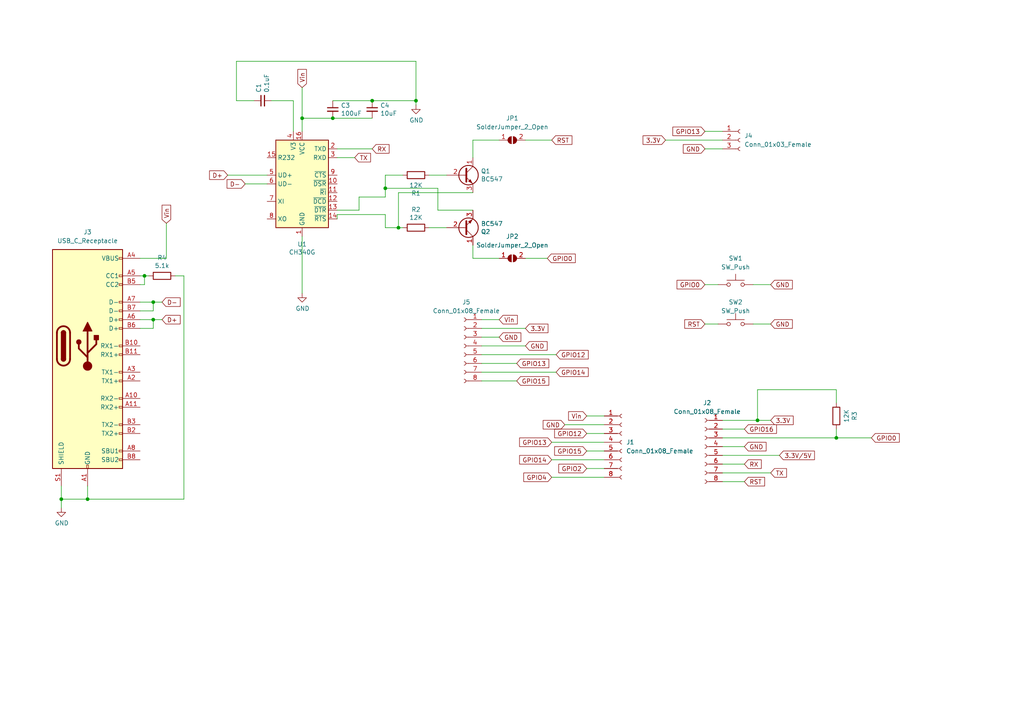
<source format=kicad_sch>
(kicad_sch (version 20211123) (generator eeschema)
  (paper "A4")
  (lib_symbols
    (symbol "Connector:Conn_01x03_Female" (pin_names (offset 1.016) hide)
      (property "Reference" "J" (at 0 5.08 0))
      (property "Value" "Conn_01x03_Female" (at 0 -5.08 0))
      (symbol "Conn_01x03_Female_1_1"
        (arc (start 0 -2.032) (mid -0.508 -2.54) (end 0 -3.048) (stroke (width 0.1524)))
        (polyline (pts (xy -1.27 -2.54) (xy -0.508 -2.54)) (stroke (width 0.1524)))
        (polyline (pts (xy -1.27 0) (xy -0.508 0)) (stroke (width 0.1524)))
        (polyline (pts (xy -1.27 2.54) (xy -0.508 2.54)) (stroke (width 0.1524)))
        (arc (start 0 0.508) (mid -0.508 0) (end 0 -0.508) (stroke (width 0.1524)))
        (arc (start 0 3.048) (mid -0.508 2.54) (end 0 2.032) (stroke (width 0.1524)))
        (pin passive line (at -5.08 2.54 0) (length 3.81) (name "Pin_1") (number "1"))
        (pin passive line (at -5.08 0 0) (length 3.81) (name "Pin_2") (number "2"))
        (pin passive line (at -5.08 -2.54 0) (length 3.81) (name "Pin_3") (number "3"))
      )
    )
    (symbol "Connector:Conn_01x08_Female" (pin_names (offset 1.016) hide)
      (property "Reference" "J" (at 0 10.16 0))
      (property "Value" "Conn_01x08_Female" (at 0 -12.7 0))
      (symbol "Conn_01x08_Female_1_1"
        (arc (start 0 -9.652) (mid -0.508 -10.16) (end 0 -10.668) (stroke (width 0.1524)))
        (arc (start 0 -7.112) (mid -0.508 -7.62) (end 0 -8.128) (stroke (width 0.1524)))
        (arc (start 0 -4.572) (mid -0.508 -5.08) (end 0 -5.588) (stroke (width 0.1524)))
        (arc (start 0 -2.032) (mid -0.508 -2.54) (end 0 -3.048) (stroke (width 0.1524)))
        (polyline (pts (xy -1.27 -10.16) (xy -0.508 -10.16)) (stroke (width 0.1524)))
        (polyline (pts (xy -1.27 -7.62) (xy -0.508 -7.62)) (stroke (width 0.1524)))
        (polyline (pts (xy -1.27 -5.08) (xy -0.508 -5.08)) (stroke (width 0.1524)))
        (polyline (pts (xy -1.27 -2.54) (xy -0.508 -2.54)) (stroke (width 0.1524)))
        (polyline (pts (xy -1.27 0) (xy -0.508 0)) (stroke (width 0.1524)))
        (polyline (pts (xy -1.27 2.54) (xy -0.508 2.54)) (stroke (width 0.1524)))
        (polyline (pts (xy -1.27 5.08) (xy -0.508 5.08)) (stroke (width 0.1524)))
        (polyline (pts (xy -1.27 7.62) (xy -0.508 7.62)) (stroke (width 0.1524)))
        (arc (start 0 0.508) (mid -0.508 0) (end 0 -0.508) (stroke (width 0.1524)))
        (arc (start 0 3.048) (mid -0.508 2.54) (end 0 2.032) (stroke (width 0.1524)))
        (arc (start 0 5.588) (mid -0.508 5.08) (end 0 4.572) (stroke (width 0.1524)))
        (arc (start 0 8.128) (mid -0.508 7.62) (end 0 7.112) (stroke (width 0.1524)))
        (pin passive line (at -5.08 7.62 0) (length 3.81) (name "Pin_1") (number "1"))
        (pin passive line (at -5.08 5.08 0) (length 3.81) (name "Pin_2") (number "2"))
        (pin passive line (at -5.08 2.54 0) (length 3.81) (name "Pin_3") (number "3"))
        (pin passive line (at -5.08 0 0) (length 3.81) (name "Pin_4") (number "4"))
        (pin passive line (at -5.08 -2.54 0) (length 3.81) (name "Pin_5") (number "5"))
        (pin passive line (at -5.08 -5.08 0) (length 3.81) (name "Pin_6") (number "6"))
        (pin passive line (at -5.08 -7.62 0) (length 3.81) (name "Pin_7") (number "7"))
        (pin passive line (at -5.08 -10.16 0) (length 3.81) (name "Pin_8") (number "8"))
      )
    )
    (symbol "Connector:USB_C_Receptacle" (pin_names (offset 1.016))
      (property "Reference" "J" (at -10.16 29.21 0))
      (property "Value" "USB_C_Receptacle" (at 10.16 29.21 0))
      (symbol "USB_C_Receptacle_0_0"
        (rectangle (start -0.254 -35.56) (end 0.254 -34.544))
        (rectangle (start 10.16 -32.766) (end 9.144 -33.274))
        (rectangle (start 10.16 -30.226) (end 9.144 -30.734))
        (rectangle (start 10.16 -25.146) (end 9.144 -25.654))
        (rectangle (start 10.16 -22.606) (end 9.144 -23.114))
        (rectangle (start 10.16 -17.526) (end 9.144 -18.034))
        (rectangle (start 10.16 -14.986) (end 9.144 -15.494))
        (rectangle (start 10.16 -9.906) (end 9.144 -10.414))
        (rectangle (start 10.16 -7.366) (end 9.144 -7.874))
        (rectangle (start 10.16 -2.286) (end 9.144 -2.794))
        (rectangle (start 10.16 0.254) (end 9.144 -0.254))
        (rectangle (start 10.16 5.334) (end 9.144 4.826))
        (rectangle (start 10.16 7.874) (end 9.144 7.366))
        (rectangle (start 10.16 10.414) (end 9.144 9.906))
        (rectangle (start 10.16 12.954) (end 9.144 12.446))
        (rectangle (start 10.16 18.034) (end 9.144 17.526))
        (rectangle (start 10.16 20.574) (end 9.144 20.066))
        (rectangle (start 10.16 25.654) (end 9.144 25.146))
      )
      (symbol "USB_C_Receptacle_0_1"
        (rectangle (start -10.16 27.94) (end 10.16 -35.56) (stroke (width 0.254)) (fill (type background)))
        (arc (start -8.89 -3.81) (mid -6.985 -5.715) (end -5.08 -3.81) (stroke (width 0.508)))
        (arc (start -7.62 -3.81) (mid -6.985 -4.445) (end -6.35 -3.81) (stroke (width 0.254)))
        (arc (start -7.62 -3.81) (mid -6.985 -4.445) (end -6.35 -3.81) (stroke (width 0.254)) (fill (type outline)))
        (rectangle (start -7.62 -3.81) (end -6.35 3.81) (stroke (width 0.254)) (fill (type outline)))
        (arc (start -6.35 3.81) (mid -6.985 4.445) (end -7.62 3.81) (stroke (width 0.254)))
        (arc (start -6.35 3.81) (mid -6.985 4.445) (end -7.62 3.81) (stroke (width 0.254)) (fill (type outline)))
        (arc (start -5.08 3.81) (mid -6.985 5.715) (end -8.89 3.81) (stroke (width 0.508)))
        (polyline (pts (xy -8.89 -3.81) (xy -8.89 3.81)) (stroke (width 0.508)))
        (polyline (pts (xy -5.08 3.81) (xy -5.08 -3.81)) (stroke (width 0.508)))
      )
      (symbol "USB_C_Receptacle_1_1"
        (circle (center -2.54 1.143) (radius 0.635) (stroke (width 0.254)) (fill (type outline)))
        (circle (center 0 -5.842) (radius 1.27) (fill (type outline)))
        (polyline (pts (xy 0 -5.842) (xy 0 4.318)) (stroke (width 0.508)))
        (polyline (pts (xy 0 -3.302) (xy -2.54 -0.762) (xy -2.54 0.508)) (stroke (width 0.508)))
        (polyline (pts (xy 0 -2.032) (xy 2.54 0.508) (xy 2.54 1.778)) (stroke (width 0.508)))
        (polyline (pts (xy -1.27 4.318) (xy 0 6.858) (xy 1.27 4.318) (xy -1.27 4.318)) (stroke (width 0.254)) (fill (type outline)))
        (rectangle (start 1.905 1.778) (end 3.175 3.048) (stroke (width 0.254)) (fill (type outline)))
        (pin passive line (at 0 -40.64 90) (length 5.08) (name "GND") (number "A1"))
        (pin bidirectional line (at 15.24 -15.24 180) (length 5.08) (name "RX2-") (number "A10"))
        (pin bidirectional line (at 15.24 -17.78 180) (length 5.08) (name "RX2+") (number "A11"))
        (pin passive line (at 0 -40.64 90) (length 5.08) hide (name "GND") (number "A12"))
        (pin bidirectional line (at 15.24 -10.16 180) (length 5.08) (name "TX1+") (number "A2"))
        (pin bidirectional line (at 15.24 -7.62 180) (length 5.08) (name "TX1-") (number "A3"))
        (pin passive line (at 15.24 25.4 180) (length 5.08) (name "VBUS") (number "A4"))
        (pin bidirectional line (at 15.24 20.32 180) (length 5.08) (name "CC1") (number "A5"))
        (pin bidirectional line (at 15.24 7.62 180) (length 5.08) (name "D+") (number "A6"))
        (pin bidirectional line (at 15.24 12.7 180) (length 5.08) (name "D-") (number "A7"))
        (pin bidirectional line (at 15.24 -30.48 180) (length 5.08) (name "SBU1") (number "A8"))
        (pin passive line (at 15.24 25.4 180) (length 5.08) hide (name "VBUS") (number "A9"))
        (pin passive line (at 0 -40.64 90) (length 5.08) hide (name "GND") (number "B1"))
        (pin bidirectional line (at 15.24 0 180) (length 5.08) (name "RX1-") (number "B10"))
        (pin bidirectional line (at 15.24 -2.54 180) (length 5.08) (name "RX1+") (number "B11"))
        (pin passive line (at 0 -40.64 90) (length 5.08) hide (name "GND") (number "B12"))
        (pin bidirectional line (at 15.24 -25.4 180) (length 5.08) (name "TX2+") (number "B2"))
        (pin bidirectional line (at 15.24 -22.86 180) (length 5.08) (name "TX2-") (number "B3"))
        (pin passive line (at 15.24 25.4 180) (length 5.08) hide (name "VBUS") (number "B4"))
        (pin bidirectional line (at 15.24 17.78 180) (length 5.08) (name "CC2") (number "B5"))
        (pin bidirectional line (at 15.24 5.08 180) (length 5.08) (name "D+") (number "B6"))
        (pin bidirectional line (at 15.24 10.16 180) (length 5.08) (name "D-") (number "B7"))
        (pin bidirectional line (at 15.24 -33.02 180) (length 5.08) (name "SBU2") (number "B8"))
        (pin passive line (at 15.24 25.4 180) (length 5.08) hide (name "VBUS") (number "B9"))
        (pin passive line (at -7.62 -40.64 90) (length 5.08) (name "SHIELD") (number "S1"))
      )
    )
    (symbol "Device:C_Small" (pin_numbers hide) (pin_names (offset 0.254) hide)
      (property "Reference" "C" (at 0.254 1.778 0))
      (property "Value" "C_Small" (at 0.254 -2.032 0))
      (symbol "C_Small_0_1"
        (polyline (pts (xy -1.524 -0.508) (xy 1.524 -0.508)) (stroke (width 0.3302)))
        (polyline (pts (xy -1.524 0.508) (xy 1.524 0.508)) (stroke (width 0.3048)))
      )
      (symbol "C_Small_1_1"
        (pin passive line (at 0 2.54 270) (length 2.032) (name "~") (number "1"))
        (pin passive line (at 0 -2.54 90) (length 2.032) (name "~") (number "2"))
      )
    )
    (symbol "Device:R" (pin_numbers hide) (pin_names (offset 0))
      (property "Reference" "R" (at 2.032 0 90))
      (property "Value" "R" (at 0 0 90))
      (symbol "R_0_1"
        (rectangle (start -1.016 -2.54) (end 1.016 2.54) (stroke (width 0.254)))
      )
      (symbol "R_1_1"
        (pin passive line (at 0 3.81 270) (length 1.27) (name "~") (number "1"))
        (pin passive line (at 0 -3.81 90) (length 1.27) (name "~") (number "2"))
      )
    )
    (symbol "Interface_USB:CH340G"
      (property "Reference" "U" (at -5.08 13.97 0))
      (property "Value" "CH340G" (at 1.27 13.97 0))
      (symbol "CH340G_0_1"
        (rectangle (start -7.62 12.7) (end 7.62 -12.7) (stroke (width 0.254)) (fill (type background)))
      )
      (symbol "CH340G_1_1"
        (pin power_in line (at 0 -15.24 90) (length 2.54) (name "GND") (number "1"))
        (pin input line (at 10.16 0 180) (length 2.54) (name "~{DSR}") (number "10"))
        (pin input line (at 10.16 -2.54 180) (length 2.54) (name "~{RI}") (number "11"))
        (pin input line (at 10.16 -5.08 180) (length 2.54) (name "~{DCD}") (number "12"))
        (pin output line (at 10.16 -7.62 180) (length 2.54) (name "~{DTR}") (number "13"))
        (pin output line (at 10.16 -10.16 180) (length 2.54) (name "~{RTS}") (number "14"))
        (pin input line (at -10.16 7.62 0) (length 2.54) (name "R232") (number "15"))
        (pin power_in line (at 0 15.24 270) (length 2.54) (name "VCC") (number "16"))
        (pin output line (at 10.16 10.16 180) (length 2.54) (name "TXD") (number "2"))
        (pin input line (at 10.16 7.62 180) (length 2.54) (name "RXD") (number "3"))
        (pin passive line (at -2.54 15.24 270) (length 2.54) (name "V3") (number "4"))
        (pin bidirectional line (at -10.16 2.54 0) (length 2.54) (name "UD+") (number "5"))
        (pin bidirectional line (at -10.16 0 0) (length 2.54) (name "UD-") (number "6"))
        (pin input line (at -10.16 -5.08 0) (length 2.54) (name "XI") (number "7"))
        (pin output line (at -10.16 -10.16 0) (length 2.54) (name "XO") (number "8"))
        (pin input line (at 10.16 2.54 180) (length 2.54) (name "~{CTS}") (number "9"))
      )
    )
    (symbol "Jumper:SolderJumper_2_Open" (pin_names (offset 0) hide)
      (property "Reference" "JP" (at 0 2.032 0))
      (property "Value" "SolderJumper_2_Open" (at 0 -2.54 0))
      (symbol "SolderJumper_2_Open_0_1"
        (arc (start -0.254 1.016) (mid -1.27 0) (end -0.254 -1.016))
        (arc (start -0.254 1.016) (mid -1.27 0) (end -0.254 -1.016) (fill (type outline)))
        (polyline (pts (xy -0.254 1.016) (xy -0.254 -1.016)))
        (polyline (pts (xy 0.254 1.016) (xy 0.254 -1.016)))
        (arc (start 0.254 -1.016) (mid 1.27 0) (end 0.254 1.016))
        (arc (start 0.254 -1.016) (mid 1.27 0) (end 0.254 1.016) (fill (type outline)))
      )
      (symbol "SolderJumper_2_Open_1_1"
        (pin passive line (at -3.81 0 0) (length 2.54) (name "A") (number "1"))
        (pin passive line (at 3.81 0 180) (length 2.54) (name "B") (number "2"))
      )
    )
    (symbol "Switch:SW_Push" (pin_numbers hide) (pin_names (offset 1.016) hide)
      (property "Reference" "SW" (at 1.27 2.54 0))
      (property "Value" "SW_Push" (at 0 -1.524 0))
      (symbol "SW_Push_0_1"
        (circle (center -2.032 0) (radius 0.508))
        (polyline (pts (xy 0 1.27) (xy 0 3.048)))
        (polyline (pts (xy 2.54 1.27) (xy -2.54 1.27)))
        (circle (center 2.032 0) (radius 0.508))
        (pin passive line (at -5.08 0 0) (length 2.54) (name "1") (number "1"))
        (pin passive line (at 5.08 0 180) (length 2.54) (name "2") (number "2"))
      )
    )
    (symbol "Transistor_BJT:BC547" (pin_names (offset 0) hide)
      (property "Reference" "Q" (at 5.08 1.905 0))
      (property "Value" "BC547" (at 5.08 0 0))
      (symbol "BC547_0_1"
        (polyline (pts (xy 0 0) (xy 0.635 0)))
        (polyline (pts (xy 0.635 0.635) (xy 2.54 2.54)))
        (polyline (pts (xy 0.635 -0.635) (xy 2.54 -2.54) (xy 2.54 -2.54)))
        (polyline (pts (xy 0.635 1.905) (xy 0.635 -1.905) (xy 0.635 -1.905)) (stroke (width 0.508)))
        (polyline (pts (xy 1.27 -1.778) (xy 1.778 -1.27) (xy 2.286 -2.286) (xy 1.27 -1.778) (xy 1.27 -1.778)) (fill (type outline)))
        (circle (center 1.27 0) (radius 2.8194) (stroke (width 0.254)))
      )
      (symbol "BC547_1_1"
        (pin passive line (at 2.54 5.08 270) (length 2.54) (name "C") (number "1"))
        (pin input line (at -5.08 0 0) (length 5.08) (name "B") (number "2"))
        (pin passive line (at 2.54 -5.08 90) (length 2.54) (name "E") (number "3"))
      )
    )
    (symbol "power:GND" (power) (pin_names (offset 0))
      (property "Value" "GND" (at 0 -3.81 0))
      (symbol "GND_0_1"
        (polyline (pts (xy 0 0) (xy 0 -1.27) (xy 1.27 -1.27) (xy 0 -2.54) (xy -1.27 -1.27) (xy 0 -1.27)))
      )
      (symbol "GND_1_1"
        (pin power_in line (at 0 0 270) (length 0) hide (name "GND") (number "1"))
      )
    )
  )
  (junction (at 17.78 144.78))
  (junction (at 44.45 92.71))
  (junction (at 115.57 66.04))
  (junction (at 120.65 29.21))
  (junction (at 107.95 29.21))
  (junction (at 111.76 54.61))
  (junction (at 44.45 87.63))
  (junction (at 25.4 144.78))
  (junction (at 96.52 34.29))
  (junction (at 41.91 80.01))
  (junction (at 87.63 34.29))
  (junction (at 219.71 121.92))
  (junction (at 242.57 127))
  (wire (pts (xy 96.52 34.29) (xy 107.95 34.29)))
  (wire (pts (xy 204.47 82.55) (xy 208.28 82.55)))
  (wire (pts (xy 87.63 25.4) (xy 87.63 34.29)))
  (wire (pts (xy 40.64 90.17) (xy 44.45 90.17)))
  (wire (pts (xy 97.79 60.96) (xy 104.14 60.96)))
  (wire (pts (xy 102.87 45.72) (xy 97.79 45.72)))
  (wire (pts (xy 204.47 43.18) (xy 209.55 43.18)))
  (wire (pts (xy 44.45 87.63) (xy 46.99 87.63)))
  (wire (pts (xy 152.4 40.64) (xy 160.02 40.64)))
  (wire (pts (xy 17.78 140.97) (xy 17.78 144.78)))
  (wire (pts (xy 137.16 45.72) (xy 137.16 40.64)))
  (wire (pts (xy 137.16 40.64) (xy 144.78 40.64)))
  (wire (pts (xy 218.44 93.98) (xy 223.52 93.98)))
  (wire (pts (xy 139.7 97.79) (xy 144.78 97.79)))
  (wire (pts (xy 209.55 121.92) (xy 219.71 121.92)))
  (wire (pts (xy 111.76 50.8) (xy 111.76 54.61)))
  (wire (pts (xy 137.16 74.93) (xy 137.16 71.12)))
  (wire (pts (xy 40.64 80.01) (xy 41.91 80.01)))
  (wire (pts (xy 116.84 50.8) (xy 111.76 50.8)))
  (wire (pts (xy 139.7 110.49) (xy 149.86 110.49)))
  (wire (pts (xy 25.4 140.97) (xy 25.4 144.78)))
  (wire (pts (xy 170.18 135.89) (xy 175.26 135.89)))
  (wire (pts (xy 127 54.61) (xy 127 60.96)))
  (wire (pts (xy 139.7 102.87) (xy 161.29 102.87)))
  (wire (pts (xy 219.71 113.03) (xy 242.57 113.03)))
  (wire (pts (xy 242.57 127) (xy 252.73 127)))
  (wire (pts (xy 127 60.96) (xy 137.16 60.96)))
  (wire (pts (xy 111.76 57.15) (xy 104.14 57.15)))
  (wire (pts (xy 116.84 66.04) (xy 115.57 66.04)))
  (wire (pts (xy 41.91 80.01) (xy 43.18 80.01)))
  (wire (pts (xy 111.76 54.61) (xy 111.76 57.15)))
  (wire (pts (xy 53.34 144.78) (xy 25.4 144.78)))
  (wire (pts (xy 68.58 17.78) (xy 120.65 17.78)))
  (wire (pts (xy 87.63 34.29) (xy 96.52 34.29)))
  (wire (pts (xy 219.71 121.92) (xy 219.71 113.03)))
  (wire (pts (xy 111.76 62.23) (xy 97.79 62.23)))
  (wire (pts (xy 17.78 144.78) (xy 17.78 147.32)))
  (wire (pts (xy 120.65 17.78) (xy 120.65 29.21)))
  (wire (pts (xy 77.47 53.34) (xy 71.12 53.34)))
  (wire (pts (xy 40.64 92.71) (xy 44.45 92.71)))
  (wire (pts (xy 68.58 29.21) (xy 68.58 17.78)))
  (wire (pts (xy 44.45 90.17) (xy 44.45 87.63)))
  (wire (pts (xy 120.65 30.48) (xy 120.65 29.21)))
  (wire (pts (xy 170.18 125.73) (xy 175.26 125.73)))
  (wire (pts (xy 77.47 50.8) (xy 66.04 50.8)))
  (wire (pts (xy 209.55 137.16) (xy 223.52 137.16)))
  (wire (pts (xy 73.66 29.21) (xy 68.58 29.21)))
  (wire (pts (xy 209.55 127) (xy 242.57 127)))
  (wire (pts (xy 139.7 100.33) (xy 152.4 100.33)))
  (wire (pts (xy 152.4 74.93) (xy 158.75 74.93)))
  (wire (pts (xy 209.55 134.62) (xy 215.9 134.62)))
  (wire (pts (xy 160.02 138.43) (xy 175.26 138.43)))
  (wire (pts (xy 139.7 95.25) (xy 152.4 95.25)))
  (wire (pts (xy 111.76 62.23) (xy 111.76 66.04)))
  (wire (pts (xy 97.79 62.23) (xy 97.79 63.5)))
  (wire (pts (xy 219.71 121.92) (xy 223.52 121.92)))
  (wire (pts (xy 209.55 139.7) (xy 215.9 139.7)))
  (wire (pts (xy 40.64 95.25) (xy 44.45 95.25)))
  (wire (pts (xy 40.64 82.55) (xy 41.91 82.55)))
  (wire (pts (xy 87.63 38.1) (xy 87.63 34.29)))
  (wire (pts (xy 85.09 29.21) (xy 85.09 38.1)))
  (wire (pts (xy 170.18 130.81) (xy 175.26 130.81)))
  (wire (pts (xy 139.7 92.71) (xy 144.78 92.71)))
  (wire (pts (xy 87.63 68.58) (xy 87.63 85.09)))
  (wire (pts (xy 104.14 57.15) (xy 104.14 60.96)))
  (wire (pts (xy 160.02 133.35) (xy 175.26 133.35)))
  (wire (pts (xy 209.55 132.08) (xy 226.06 132.08)))
  (wire (pts (xy 193.04 40.64) (xy 209.55 40.64)))
  (wire (pts (xy 124.46 50.8) (xy 129.54 50.8)))
  (wire (pts (xy 40.64 74.93) (xy 48.26 74.93)))
  (wire (pts (xy 120.65 29.21) (xy 107.95 29.21)))
  (wire (pts (xy 209.55 124.46) (xy 215.9 124.46)))
  (wire (pts (xy 115.57 66.04) (xy 111.76 66.04)))
  (wire (pts (xy 96.52 29.21) (xy 107.95 29.21)))
  (wire (pts (xy 218.44 82.55) (xy 223.52 82.55)))
  (wire (pts (xy 111.76 54.61) (xy 127 54.61)))
  (wire (pts (xy 40.64 87.63) (xy 44.45 87.63)))
  (wire (pts (xy 242.57 124.46) (xy 242.57 127)))
  (wire (pts (xy 25.4 144.78) (xy 17.78 144.78)))
  (wire (pts (xy 170.18 120.65) (xy 175.26 120.65)))
  (wire (pts (xy 107.95 43.18) (xy 97.79 43.18)))
  (wire (pts (xy 139.7 107.95) (xy 161.29 107.95)))
  (wire (pts (xy 160.02 128.27) (xy 175.26 128.27)))
  (wire (pts (xy 163.83 123.19) (xy 175.26 123.19)))
  (wire (pts (xy 124.46 66.04) (xy 129.54 66.04)))
  (wire (pts (xy 204.47 38.1) (xy 209.55 38.1)))
  (wire (pts (xy 78.74 29.21) (xy 85.09 29.21)))
  (wire (pts (xy 144.78 74.93) (xy 137.16 74.93)))
  (wire (pts (xy 44.45 92.71) (xy 46.99 92.71)))
  (wire (pts (xy 50.8 80.01) (xy 53.34 80.01)))
  (wire (pts (xy 44.45 95.25) (xy 44.45 92.71)))
  (wire (pts (xy 137.16 55.88) (xy 115.57 55.88)))
  (wire (pts (xy 48.26 64.77) (xy 48.26 74.93)))
  (wire (pts (xy 41.91 82.55) (xy 41.91 80.01)))
  (wire (pts (xy 209.55 129.54) (xy 215.9 129.54)))
  (wire (pts (xy 115.57 55.88) (xy 115.57 66.04)))
  (wire (pts (xy 204.47 93.98) (xy 208.28 93.98)))
  (wire (pts (xy 139.7 105.41) (xy 149.86 105.41)))
  (wire (pts (xy 53.34 80.01) (xy 53.34 144.78)))
  (wire (pts (xy 242.57 113.03) (xy 242.57 116.84)))
  (global_label "GND" (shape input) (at 223.52 93.98 0) (property "Intersheet References" "${INTERSHEET_REFS}" (effects hide)))
  (global_label "GPIO13" (shape input) (at 204.47 38.1 180) (property "Intersheet References" "${INTERSHEET_REFS}" (effects hide)))
  (global_label "3.3V" (shape input) (at 152.4 95.25 0) (property "Intersheet References" "${INTERSHEET_REFS}" (effects hide)))
  (global_label "RST" (shape input) (at 215.9 139.7 0) (property "Intersheet References" "${INTERSHEET_REFS}" (effects hide)))
  (global_label "GPIO14" (shape input) (at 161.29 107.95 0) (property "Intersheet References" "${INTERSHEET_REFS}" (effects hide)))
  (global_label "RX" (shape input) (at 107.95 43.18 0) (property "Intersheet References" "${INTERSHEET_REFS}" (effects hide)))
  (global_label "GND" (shape input) (at 223.52 82.55 0) (property "Intersheet References" "${INTERSHEET_REFS}" (effects hide)))
  (global_label "GPIO12" (shape input) (at 161.29 102.87 0) (property "Intersheet References" "${INTERSHEET_REFS}" (effects hide)))
  (global_label "RST" (shape input) (at 160.02 40.64 0) (property "Intersheet References" "${INTERSHEET_REFS}" (effects hide)))
  (global_label "Vin" (shape input) (at 48.26 64.77 90) (property "Intersheet References" "${INTERSHEET_REFS}" (effects hide)))
  (global_label "Vin" (shape input) (at 87.63 25.4 90) (property "Intersheet References" "${INTERSHEET_REFS}" (effects hide)))
  (global_label "GPIO0" (shape input) (at 252.73 127 0) (property "Intersheet References" "${INTERSHEET_REFS}" (effects hide)))
  (global_label "GPIO12" (shape input) (at 170.18 125.73 180) (property "Intersheet References" "${INTERSHEET_REFS}" (effects hide)))
  (global_label "GND" (shape input) (at 204.47 43.18 180) (property "Intersheet References" "${INTERSHEET_REFS}" (effects hide)))
  (global_label "GPIO15" (shape input) (at 149.86 110.49 0) (property "Intersheet References" "${INTERSHEET_REFS}" (effects hide)))
  (global_label "D+" (shape input) (at 66.04 50.8 180) (property "Intersheet References" "${INTERSHEET_REFS}" (effects hide)))
  (global_label "GPIO0" (shape input) (at 204.47 82.55 180) (property "Intersheet References" "${INTERSHEET_REFS}" (effects hide)))
  (global_label "GPIO14" (shape input) (at 160.02 133.35 180) (property "Intersheet References" "${INTERSHEET_REFS}" (effects hide)))
  (global_label "RST" (shape input) (at 204.47 93.98 180) (property "Intersheet References" "${INTERSHEET_REFS}" (effects hide)))
  (global_label "GND" (shape input) (at 152.4 100.33 0) (property "Intersheet References" "${INTERSHEET_REFS}" (effects hide)))
  (global_label "GND" (shape input) (at 144.78 97.79 0) (property "Intersheet References" "${INTERSHEET_REFS}" (effects hide)))
  (global_label "GPIO13" (shape input) (at 160.02 128.27 180) (property "Intersheet References" "${INTERSHEET_REFS}" (effects hide)))
  (global_label "GPIO2" (shape input) (at 170.18 135.89 180) (property "Intersheet References" "${INTERSHEET_REFS}" (effects hide)))
  (global_label "GPIO13" (shape input) (at 149.86 105.41 0) (property "Intersheet References" "${INTERSHEET_REFS}" (effects hide)))
  (global_label "GPIO15" (shape input) (at 170.18 130.81 180) (property "Intersheet References" "${INTERSHEET_REFS}" (effects hide)))
  (global_label "D-" (shape input) (at 46.99 87.63 0) (property "Intersheet References" "${INTERSHEET_REFS}" (effects hide)))
  (global_label "GND" (shape input) (at 215.9 129.54 0) (property "Intersheet References" "${INTERSHEET_REFS}" (effects hide)))
  (global_label "TX" (shape input) (at 223.52 137.16 0) (property "Intersheet References" "${INTERSHEET_REFS}" (effects hide)))
  (global_label "3.3V" (shape input) (at 223.52 121.92 0) (property "Intersheet References" "${INTERSHEET_REFS}" (effects hide)))
  (global_label "Vin" (shape input) (at 144.78 92.71 0) (property "Intersheet References" "${INTERSHEET_REFS}" (effects hide)))
  (global_label "3.3V" (shape input) (at 193.04 40.64 180) (property "Intersheet References" "${INTERSHEET_REFS}" (effects hide)))
  (global_label "D+" (shape input) (at 46.99 92.71 0) (property "Intersheet References" "${INTERSHEET_REFS}" (effects hide)))
  (global_label "3.3V{slash}5V" (shape input) (at 226.06 132.08 0) (property "Intersheet References" "${INTERSHEET_REFS}" (effects hide)))
  (global_label "GPIO0" (shape input) (at 158.75 74.93 0) (property "Intersheet References" "${INTERSHEET_REFS}" (effects hide)))
  (global_label "GND" (shape input) (at 163.83 123.19 180) (property "Intersheet References" "${INTERSHEET_REFS}" (effects hide)))
  (global_label "TX" (shape input) (at 102.87 45.72 0) (property "Intersheet References" "${INTERSHEET_REFS}" (effects hide)))
  (global_label "Vin" (shape input) (at 170.18 120.65 180) (property "Intersheet References" "${INTERSHEET_REFS}" (effects hide)))
  (global_label "GPIO4" (shape input) (at 160.02 138.43 180) (property "Intersheet References" "${INTERSHEET_REFS}" (effects hide)))
  (global_label "D-" (shape input) (at 71.12 53.34 180) (property "Intersheet References" "${INTERSHEET_REFS}" (effects hide)))
  (global_label "GPIO16" (shape input) (at 215.9 124.46 0) (property "Intersheet References" "${INTERSHEET_REFS}" (effects hide)))
  (global_label "RX" (shape input) (at 215.9 134.62 0) (property "Intersheet References" "${INTERSHEET_REFS}" (effects hide)))
  (symbol (lib_id "power:GND") (at 120.65 30.48 0) (unit 1)
    (property "Reference" "#PWR0103" (effects hide))
    (property "Value" "GND" (at 120.777 34.8742 0))
  )
  (symbol (lib_id "Device:C_Small") (at 76.2 29.21 90) (unit 1)
    (property "Reference" "C1" (at 75.0316 26.8732 0) (effects (justify left)))
    (property "Value" "0.1uF" (at 77.343 26.8732 0) (effects (justify left)))
    (property "Footprint" "Capacitor_SMD:C_1206_3216Metric_Pad1.33x1.80mm_HandSolder" (effects hide))
  )
  (symbol (lib_id "Transistor_BJT:BC547") (at 134.62 66.04 0) (mirror x) (unit 1)
    (property "Reference" "Q2" (at 139.4714 67.2084 0) (effects (justify left)))
    (property "Value" "BC547" (at 139.4714 64.897 0) (effects (justify left)))
    (property "Footprint" "Package_TO_SOT_SMD:SOT-23W" (effects hide))
    (property "Datasheet" "https://www.onsemi.com/pub/Collateral/BC550-D.pdf" (effects hide))
  )
  (symbol (lib_id "Device:R") (at 120.65 50.8 90) (unit 1)
    (property "Reference" "R1" (at 120.65 56.0578 90))
    (property "Value" "12K" (at 120.65 53.7464 90))
    (property "Footprint" "Resistor_SMD:R_1206_3216Metric_Pad1.30x1.75mm_HandSolder" (effects hide))
  )
  (symbol (lib_id "Connector:Conn_01x08_Female") (at 204.47 129.54 0) (mirror y) (unit 1)
    (property "Reference" "J2" (at 205.105 116.84 0))
    (property "Value" "Conn_01x08_Female" (at 205.105 119.38 0))
    (property "Footprint" "Connector_PinHeader_2.54mm:PinHeader_1x08_P2.54mm_Vertical" (effects hide))
  )
  (symbol (lib_id "Device:R") (at 120.65 66.04 270) (unit 1)
    (property "Reference" "R2" (at 120.65 60.7822 90))
    (property "Value" "12K" (at 120.65 63.0936 90))
    (property "Footprint" "Resistor_SMD:R_1206_3216Metric_Pad1.30x1.75mm_HandSolder" (effects hide))
  )
  (symbol (lib_id "Jumper:SolderJumper_2_Open") (at 148.59 74.93 0) (unit 1)
    (property "Reference" "JP2" (at 148.59 68.58 0))
    (property "Value" "SolderJumper_2_Open" (at 148.59 71.12 0))
    (property "Footprint" "Jumper:SolderJumper-2_P1.3mm_Open_RoundedPad1.0x1.5mm" (effects hide))
  )
  (symbol (lib_id "power:GND") (at 87.63 85.09 0) (unit 1)
    (property "Reference" "#PWR0104" (effects hide))
    (property "Value" "GND" (at 87.757 89.4842 0))
  )
  (symbol (lib_id "Interface_USB:CH340G") (at 87.63 53.34 0) (unit 1)
    (property "Reference" "U1" (at 87.63 70.8406 0))
    (property "Value" "CH340G" (at 87.63 73.152 0))
    (property "Footprint" "Package_SO:SOIC-16_3.9x9.9mm_P1.27mm" (effects hide))
    (property "Datasheet" "http://www.datasheet5.com/pdf-local-2195953" (effects hide))
  )
  (symbol (lib_id "Device:R") (at 242.57 120.65 180) (unit 1)
    (property "Reference" "R3" (at 247.8278 120.65 90))
    (property "Value" "12K" (at 245.5164 120.65 90))
    (property "Footprint" "Resistor_SMD:R_1206_3216Metric_Pad1.30x1.75mm_HandSolder" (effects hide))
  )
  (symbol (lib_id "power:GND") (at 17.78 147.32 0) (unit 1)
    (property "Reference" "#PWR0107" (effects hide))
    (property "Value" "GND" (at 17.907 151.7142 0))
  )
  (symbol (lib_id "Connector:Conn_01x08_Female") (at 180.34 128.27 0) (unit 1)
    (property "Reference" "J1" (at 181.61 128.2699 0) (effects (justify left)))
    (property "Value" "Conn_01x08_Female" (at 181.61 130.8099 0) (effects (justify left)))
    (property "Footprint" "Connector_PinHeader_2.54mm:PinHeader_1x08_P2.54mm_Vertical" (effects hide))
  )
  (symbol (lib_id "Device:C_Small") (at 96.52 31.75 0) (unit 1)
    (property "Reference" "C3" (at 98.8568 30.5816 0) (effects (justify left)))
    (property "Value" "100uF" (at 98.8568 32.893 0) (effects (justify left)))
    (property "Footprint" "Capacitor_SMD:C_1206_3216Metric_Pad1.33x1.80mm_HandSolder" (effects hide))
  )
  (symbol (lib_id "Device:C_Small") (at 107.95 31.75 0) (unit 1)
    (property "Reference" "C4" (at 110.2868 30.5816 0) (effects (justify left)))
    (property "Value" "10uF" (at 110.2868 32.893 0) (effects (justify left)))
    (property "Footprint" "Capacitor_SMD:C_1206_3216Metric_Pad1.33x1.80mm_HandSolder" (effects hide))
  )
  (symbol (lib_id "Connector:USB_C_Receptacle") (at 25.4 100.33 0) (unit 1)
    (property "Reference" "J3" (at 25.4 67.31 0))
    (property "Value" "USB_C_Receptacle" (at 25.4 69.85 0))
    (property "Footprint" "Connector_USB:USB_C_Receptacle_HRO_TYPE-C-31-M-12" (effects hide))
    (property "Datasheet" "https://www.usb.org/sites/default/files/documents/usb_type-c.zip" (effects hide))
  )
  (symbol (lib_id "Switch:SW_Push") (at 213.36 93.98 0) (unit 1)
    (property "Reference" "SW2" (at 213.36 87.63 0))
    (property "Value" "SW_Push" (at 213.36 90.17 0))
    (property "Footprint" "Button_Switch_THT:SW_PUSH_6mm" (effects hide))
  )
  (symbol (lib_id "Transistor_BJT:BC547") (at 134.62 50.8 0) (unit 1)
    (property "Reference" "Q1" (at 139.4714 49.6316 0) (effects (justify left)))
    (property "Value" "BC547" (at 139.4714 51.943 0) (effects (justify left)))
    (property "Footprint" "Package_TO_SOT_SMD:SOT-23W" (effects hide))
    (property "Datasheet" "https://www.onsemi.com/pub/Collateral/BC550-D.pdf" (effects hide))
  )
  (symbol (lib_id "Connector:Conn_01x03_Female") (at 214.63 40.64 0) (unit 1)
    (property "Reference" "J4" (at 215.9 39.3699 0) (effects (justify left)))
    (property "Value" "Conn_01x03_Female" (at 215.9 41.9099 0) (effects (justify left)))
    (property "Footprint" "Suat:PIR" (effects hide))
  )
  (symbol (lib_id "Device:R") (at 46.99 80.01 270) (unit 1)
    (property "Reference" "R4" (at 46.99 74.7522 90))
    (property "Value" "5.1k" (at 46.99 77.0636 90))
    (property "Footprint" "Resistor_SMD:R_1206_3216Metric_Pad1.30x1.75mm_HandSolder" (effects hide))
  )
  (symbol (lib_id "Jumper:SolderJumper_2_Open") (at 148.59 40.64 0) (unit 1)
    (property "Reference" "JP1" (at 148.59 34.29 0))
    (property "Value" "SolderJumper_2_Open" (at 148.59 36.83 0))
    (property "Footprint" "Jumper:SolderJumper-2_P1.3mm_Open_RoundedPad1.0x1.5mm" (effects hide))
  )
  (symbol (lib_id "Switch:SW_Push") (at 213.36 82.55 0) (unit 1)
    (property "Reference" "SW1" (at 213.36 74.93 0))
    (property "Value" "SW_Push" (at 213.36 77.47 0))
    (property "Footprint" "Button_Switch_THT:SW_PUSH_6mm" (effects hide))
  )
  (symbol (lib_id "Connector:Conn_01x08_Female") (at 134.62 100.33 0) (mirror y) (unit 1)
    (property "Reference" "J5" (at 135.255 87.63 0))
    (property "Value" "Conn_01x08_Female" (at 135.255 90.17 0))
    (property "Footprint" "Connector_PinHeader_2.54mm:PinHeader_1x08_P2.54mm_Vertical" (effects hide))
  )
)
</source>
